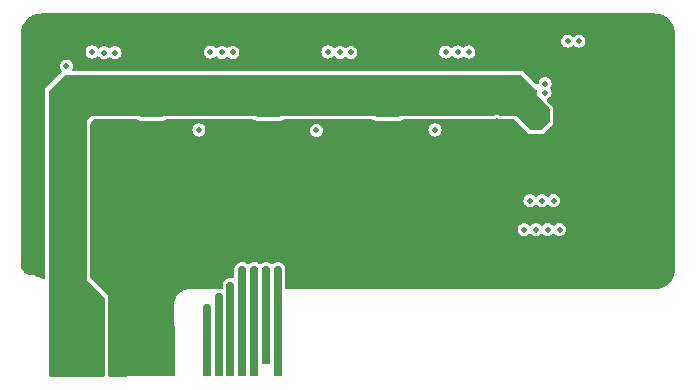
<source format=gbr>
G04 #@! TF.GenerationSoftware,KiCad,Pcbnew,(6.0.0)*
G04 #@! TF.CreationDate,2022-03-25T21:06:11+08:00*
G04 #@! TF.ProjectId,PowerSupply,506f7765-7253-4757-9070-6c792e6b6963,rev?*
G04 #@! TF.SameCoordinates,PX5e56640PY77750e0*
G04 #@! TF.FileFunction,Copper,L1,Top*
G04 #@! TF.FilePolarity,Positive*
%FSLAX46Y46*%
G04 Gerber Fmt 4.6, Leading zero omitted, Abs format (unit mm)*
G04 Created by KiCad (PCBNEW (6.0.0)) date 2022-03-25 21:06:11*
%MOMM*%
%LPD*%
G01*
G04 APERTURE LIST*
G04 #@! TA.AperFunction,ConnectorPad*
%ADD10R,0.700000X4.300000*%
G04 #@! TD*
G04 #@! TA.AperFunction,ConnectorPad*
%ADD11R,0.700000X3.200000*%
G04 #@! TD*
G04 #@! TA.AperFunction,ViaPad*
%ADD12C,0.500000*%
G04 #@! TD*
G04 #@! TA.AperFunction,Conductor*
%ADD13C,0.500000*%
G04 #@! TD*
G04 #@! TA.AperFunction,Conductor*
%ADD14C,0.700000*%
G04 #@! TD*
G04 APERTURE END LIST*
D10*
G04 #@! TO.P,PCI1,B1*
G04 #@! TO.N,5V*
X13050000Y5050000D03*
G04 #@! TO.P,PCI1,B2*
X14050000Y5050000D03*
G04 #@! TO.P,PCI1,B3*
X15050000Y5050000D03*
G04 #@! TO.P,PCI1,B4*
X16050000Y5050000D03*
G04 #@! TO.P,PCI1,B5*
X17050000Y5050000D03*
G04 #@! TO.P,PCI1,B6*
G04 #@! TO.N,GND*
X18050000Y5050000D03*
G04 #@! TO.P,PCI1,B7*
X19050000Y5050000D03*
G04 #@! TO.P,PCI1,B8*
X20050000Y5050000D03*
G04 #@! TO.P,PCI1,B9*
X21050000Y5050000D03*
G04 #@! TO.P,PCI1,B10*
X22050000Y5050000D03*
G04 #@! TO.P,PCI1,B11*
X23050000Y5050000D03*
G04 #@! TO.P,PCI1,B12*
G04 #@! TO.N,REG_EN2*
X26050000Y5050000D03*
G04 #@! TO.P,PCI1,B13*
G04 #@! TO.N,REG_EN1*
X27050000Y5050000D03*
G04 #@! TO.P,PCI1,B14*
G04 #@! TO.N,REG_CHG*
X28050000Y5050000D03*
G04 #@! TO.P,PCI1,B15*
G04 #@! TO.N,REG_POWER*
X29050000Y5050000D03*
G04 #@! TO.P,PCI1,B16*
G04 #@! TO.N,BAT_ISET*
X30050000Y5050000D03*
D11*
G04 #@! TO.P,PCI1,B17*
G04 #@! TO.N,BAT_PG*
X31050000Y5600000D03*
D10*
G04 #@! TO.P,PCI1,B18*
G04 #@! TO.N,BAT_CHG*
X32050000Y5050000D03*
G04 #@! TD*
D12*
G04 #@! TO.N,GND*
X11690000Y29590000D03*
X10690000Y29590000D03*
X65390000Y29490000D03*
X64390000Y29490000D03*
X57429999Y14305001D03*
X57970000Y15005000D03*
X56870000Y15005001D03*
X56880000Y14305001D03*
X57980000Y14305000D03*
X57419999Y15005001D03*
X57970000Y13605000D03*
X57419999Y13605001D03*
X56880000Y12905001D03*
X57980000Y12905000D03*
X56870000Y13605001D03*
X57429999Y12905001D03*
X58680000Y12905001D03*
X59219999Y13605001D03*
X59770000Y13605000D03*
X59780000Y12905000D03*
X58670000Y13605001D03*
X59229999Y12905001D03*
X59219999Y15005001D03*
X59780000Y14305000D03*
X59229999Y14305001D03*
X58670000Y15005001D03*
X59770000Y15005000D03*
X58680000Y14305001D03*
X57075000Y26693334D03*
X57750000Y26693334D03*
X56400000Y26703334D03*
X57065000Y25916668D03*
X56390001Y25926668D03*
X57740000Y25916668D03*
X56390000Y25150000D03*
X57065000Y25140000D03*
X57740000Y25140000D03*
X13160000Y33320000D03*
X14160000Y33320000D03*
X15160000Y33320000D03*
X16160000Y33320000D03*
X17160000Y33320000D03*
X18160000Y33320000D03*
X19160000Y33320000D03*
X20160000Y33320000D03*
X21160000Y33320000D03*
X22160000Y33320000D03*
X23160000Y33320000D03*
X24160000Y33320000D03*
X25160000Y33320000D03*
X26160000Y33320000D03*
X27160000Y33320000D03*
X28160000Y33320000D03*
X29160000Y33320000D03*
X30160000Y33320000D03*
X31160000Y33320000D03*
X32160000Y33320000D03*
X33160000Y33320000D03*
X34160000Y33320000D03*
X35160000Y33320000D03*
X36160000Y33320000D03*
X37160000Y33320000D03*
X38160000Y33320000D03*
X39160000Y33320000D03*
X40160000Y33320000D03*
X41160000Y33320000D03*
X42160000Y33320000D03*
X43160000Y33320000D03*
X44160000Y33320000D03*
X45160000Y33320000D03*
X46160000Y33320000D03*
X47160000Y33320000D03*
X48160000Y33320000D03*
X49160000Y33320000D03*
X50160000Y33320000D03*
X51160000Y33320000D03*
X52160000Y33320000D03*
X53160000Y33320000D03*
X54160000Y33320000D03*
X55160000Y33320000D03*
X56160000Y33320000D03*
X57160000Y33320000D03*
X58160000Y33320000D03*
X59160000Y33320000D03*
X60160000Y33320000D03*
X61160000Y33320000D03*
X12290000Y32130000D03*
X13160000Y32320000D03*
X14160000Y32320000D03*
X15160000Y32320000D03*
X16160000Y32320000D03*
X17160000Y32320000D03*
X18160000Y32320000D03*
X19160000Y32320000D03*
X20160000Y32320000D03*
X21160000Y32320000D03*
X22160000Y32320000D03*
X23160000Y32320000D03*
X24160000Y32320000D03*
X25160000Y32320000D03*
X26160000Y32320000D03*
X27160000Y32320000D03*
X28160000Y32320000D03*
X29160000Y32320000D03*
X30160000Y32320000D03*
X31160000Y32320000D03*
X32160000Y32320000D03*
X33160000Y32320000D03*
X34160000Y32320000D03*
X35160000Y32320000D03*
X36160000Y32320000D03*
X37160000Y32320000D03*
X38160000Y32320000D03*
X39160000Y32320000D03*
X40160000Y32320000D03*
X41160000Y32320000D03*
X42160000Y32320000D03*
X43160000Y32320000D03*
X44160000Y32320000D03*
X45160000Y32320000D03*
X46160000Y32320000D03*
X47160000Y32320000D03*
X48160000Y32320000D03*
X49160000Y32320000D03*
X50160000Y32320000D03*
X51160000Y32320000D03*
X52160000Y32320000D03*
X53160000Y32320000D03*
X54160000Y32320000D03*
X55160000Y32320000D03*
X56160000Y32320000D03*
X57160000Y32320000D03*
X58160000Y32320000D03*
X59160000Y32320000D03*
X60160000Y32320000D03*
X61160000Y32320000D03*
X62160000Y32320000D03*
X62160000Y33320000D03*
X63160000Y32320000D03*
X63160000Y33320000D03*
X63860000Y32050000D03*
X64160000Y33320000D03*
X11300000Y33020000D03*
X10670000Y31600000D03*
X11780000Y31470000D03*
X10690000Y30590000D03*
X11690000Y30590000D03*
X10690000Y28590000D03*
X11690000Y28590000D03*
X10690000Y27590000D03*
X11690000Y27590000D03*
X10690000Y26590000D03*
X11690000Y26590000D03*
X10690000Y25590000D03*
X11690000Y25590000D03*
X10690000Y24590000D03*
X11690000Y24590000D03*
X10690000Y23590000D03*
X11690000Y23590000D03*
X10690000Y22590000D03*
X11690000Y22590000D03*
X10690000Y21590000D03*
X11690000Y21590000D03*
X10690000Y20590000D03*
X11690000Y20590000D03*
X10690000Y19590000D03*
X11690000Y19590000D03*
X10690000Y18590000D03*
X11690000Y18590000D03*
X10690000Y17590000D03*
X11690000Y17590000D03*
X10690000Y16590000D03*
X11690000Y16590000D03*
X10690000Y15590000D03*
X11690000Y15590000D03*
X10690000Y14590000D03*
X11690000Y14590000D03*
X10690000Y13590000D03*
X11690000Y13590000D03*
X10690000Y12590000D03*
X11690000Y12590000D03*
X11690000Y11590000D03*
X41690000Y11590000D03*
X42690000Y11590000D03*
X43690000Y11590000D03*
X44690000Y11590000D03*
X45690000Y11590000D03*
X46690000Y11590000D03*
X47690000Y11590000D03*
X48690000Y11590000D03*
X49690000Y11590000D03*
X50690000Y11590000D03*
X51690000Y11590000D03*
X52690000Y11590000D03*
X53690000Y11590000D03*
X54690000Y11590000D03*
X55690000Y11590000D03*
X56690000Y11590000D03*
X57690000Y11590000D03*
X58690000Y11590000D03*
X59690000Y11590000D03*
X60690000Y11590000D03*
X61690000Y11590000D03*
X62690000Y11590000D03*
X63600000Y11860000D03*
X33690000Y10590000D03*
X34690000Y10590000D03*
X35690000Y10590000D03*
X36690000Y10590000D03*
X37690000Y10590000D03*
X38690000Y10590000D03*
X39690000Y10590000D03*
X40690000Y10590000D03*
X41690000Y10590000D03*
X42690000Y10590000D03*
X43690000Y10590000D03*
X44690000Y10590000D03*
X45690000Y10590000D03*
X46690000Y10590000D03*
X47690000Y10590000D03*
X48690000Y10590000D03*
X49690000Y10590000D03*
X50690000Y10590000D03*
X51690000Y10590000D03*
X52690000Y10590000D03*
X53690000Y10590000D03*
X54690000Y10590000D03*
X55690000Y10590000D03*
X56690000Y10590000D03*
X57690000Y10590000D03*
X58690000Y10590000D03*
X59690000Y10590000D03*
X60690000Y10590000D03*
X61690000Y10590000D03*
X62690000Y10590000D03*
X63690000Y10590000D03*
X64870000Y32980000D03*
X64290000Y31450000D03*
X65380000Y31520000D03*
X64390000Y30490000D03*
X65380000Y30500000D03*
X64390000Y28490000D03*
X65390000Y28490000D03*
X64390000Y27490000D03*
X65390000Y27490000D03*
X64390000Y26490000D03*
X65390000Y26490000D03*
X64390000Y25490000D03*
X65390000Y25490000D03*
X64390000Y24490000D03*
X65390000Y24490000D03*
X64390000Y23490000D03*
X65390000Y23490000D03*
X64390000Y22490000D03*
X65390000Y22490000D03*
X64390000Y21490000D03*
X65390000Y21490000D03*
X64390000Y20490000D03*
X65390000Y20490000D03*
X64390000Y19490000D03*
X65390000Y19490000D03*
X64390000Y18490000D03*
X65390000Y18490000D03*
X64390000Y17490000D03*
X65390000Y17490000D03*
X64390000Y16490000D03*
X65390000Y16490000D03*
X64390000Y15490000D03*
X65390000Y15490000D03*
X64390000Y14490000D03*
X65390000Y14490000D03*
X64390000Y13490000D03*
X65390000Y13490000D03*
X64210000Y12480000D03*
X65390000Y12550000D03*
X65320000Y11760000D03*
X64440000Y10700000D03*
X21660000Y32820000D03*
X36660000Y32820000D03*
X52660000Y32820000D03*
X53660000Y32820000D03*
X54660000Y32820000D03*
X59660000Y32820000D03*
X43660000Y32820000D03*
X44660000Y32820000D03*
X48660000Y32820000D03*
X19660000Y32820000D03*
X51660000Y32820000D03*
X28660000Y32820000D03*
X56660000Y32820000D03*
X22660000Y32820000D03*
X37660000Y32820000D03*
X27660000Y32820000D03*
X55660000Y32820000D03*
X39660000Y32820000D03*
X46660000Y32820000D03*
X50660000Y32820000D03*
X31660000Y32820000D03*
X20660000Y32820000D03*
X23660000Y32820000D03*
X34660000Y32820000D03*
X32660000Y32820000D03*
X29660000Y32820000D03*
X57660000Y32820000D03*
X61660000Y32820000D03*
X45660000Y32820000D03*
X49660000Y32820000D03*
X41660000Y32820000D03*
X18660000Y32820000D03*
X60660000Y32820000D03*
X30660000Y32820000D03*
X42660000Y32820000D03*
X24660000Y32820000D03*
X58660000Y32820000D03*
X40660000Y32820000D03*
X33660000Y32820000D03*
X25660000Y32820000D03*
X35660000Y32820000D03*
X26660000Y32820000D03*
X38660000Y32820000D03*
X47660000Y32820000D03*
X62660000Y32820000D03*
X63660000Y32820000D03*
X64370000Y32530000D03*
X12590000Y32770000D03*
X13660000Y32820000D03*
X14660000Y32820000D03*
X15660000Y32820000D03*
X16660000Y32820000D03*
X17660000Y32820000D03*
X64770000Y31920000D03*
X64890000Y31060000D03*
X64900000Y29990000D03*
X64890000Y17980000D03*
X64890000Y13980000D03*
X64100000Y11360000D03*
X64890000Y27980000D03*
X64890000Y21980000D03*
X64890000Y25980000D03*
X64890000Y20980000D03*
X64890000Y15980000D03*
X64820000Y12910000D03*
X64890000Y14980000D03*
X64890000Y24980000D03*
X64890000Y23980000D03*
X64890000Y19980000D03*
X64890000Y16980000D03*
X64890000Y22980000D03*
X64890000Y18980000D03*
X64890000Y26980000D03*
X64890000Y28980000D03*
X10850000Y32400000D03*
X11190000Y27110000D03*
X11190000Y20110000D03*
X11190000Y29110000D03*
X11190000Y19110000D03*
X11190000Y31110000D03*
X11190000Y28110000D03*
X11190000Y26110000D03*
X11190000Y24110000D03*
X11190000Y23110000D03*
X11190000Y22110000D03*
X11190000Y21110000D03*
X11190000Y25110000D03*
X11190000Y15110000D03*
X11190000Y13110000D03*
X11190000Y14110000D03*
X11190000Y17110000D03*
X11190000Y18110000D03*
X11190000Y16110000D03*
X11190000Y30110000D03*
X11190000Y12090000D03*
X47210000Y11080000D03*
X54210000Y11080000D03*
X41210000Y11080000D03*
X43210000Y11080000D03*
X62210000Y11080000D03*
X55210000Y11080000D03*
X48210000Y11080000D03*
X61210000Y11080000D03*
X49210000Y11080000D03*
X51210000Y11080000D03*
X58210000Y11080000D03*
X57210000Y11080000D03*
X56210000Y11080000D03*
X50210000Y11080000D03*
X42210000Y11080000D03*
X44210000Y11080000D03*
X45210000Y11080000D03*
X46210000Y11080000D03*
X60210000Y11080000D03*
X53210000Y11080000D03*
X59210000Y11080000D03*
X63210000Y11080000D03*
X52210000Y11080000D03*
X11800000Y32570000D03*
X11360000Y31990000D03*
X65310000Y32360000D03*
X64650000Y11940000D03*
X64980000Y11120000D03*
X57019999Y18505001D03*
X57570000Y18505000D03*
X56470000Y18505001D03*
X57029999Y17805001D03*
X56480000Y17805001D03*
X57580000Y17805000D03*
X57019999Y19895001D03*
X56480000Y19195001D03*
X56470000Y19895001D03*
X57570000Y19895000D03*
X57580000Y19195000D03*
X57029999Y19195001D03*
X55279999Y19895001D03*
X54740000Y19195001D03*
X55840000Y19195000D03*
X55830000Y19895000D03*
X54730000Y19895001D03*
X55289999Y19195001D03*
X53590000Y19195001D03*
X54139999Y19195001D03*
X53580000Y19895001D03*
X54129999Y19895001D03*
X36430000Y24410000D03*
X26480000Y24410000D03*
X46450000Y24380000D03*
X16520000Y24390000D03*
X43650000Y29550000D03*
X43120000Y29550000D03*
X20490000Y30430000D03*
X21090000Y30430000D03*
X19890000Y30430000D03*
X31110000Y30430000D03*
X29910000Y30430000D03*
X30510000Y30430000D03*
X40440000Y30430000D03*
X41040000Y30430000D03*
X39840000Y30430000D03*
X51050000Y30430000D03*
X50450000Y30430000D03*
X49850000Y30430000D03*
X44180000Y29550000D03*
X33630000Y29550000D03*
X33100000Y29550000D03*
X34160000Y29550000D03*
X23610000Y29550000D03*
X23080000Y29550000D03*
X24140000Y29550000D03*
X51440000Y23790000D03*
X17140000Y23810000D03*
X16520000Y23810000D03*
X17750000Y23810000D03*
X18380000Y23810000D03*
X26480000Y23800000D03*
X27710000Y23800000D03*
X27100000Y23800000D03*
X28340000Y23800000D03*
X36430000Y23810000D03*
X37660000Y23810000D03*
X38290000Y23810000D03*
X37050000Y23810000D03*
X46450000Y23820000D03*
X48310000Y23820000D03*
X47680000Y23820000D03*
X47070000Y23820000D03*
X50620000Y24510000D03*
X51010000Y24130000D03*
X56390001Y27480000D03*
X57075000Y29075000D03*
X57740000Y27470000D03*
X57065000Y27470000D03*
X12160000Y33320000D03*
G04 #@! TO.N,5V*
X53845000Y25250000D03*
X54500000Y25250000D03*
X53550000Y24700000D03*
X20470000Y25720000D03*
X52625000Y26800000D03*
X53175000Y25866668D03*
X53175000Y25250000D03*
X54150000Y24700000D03*
X21070000Y25720000D03*
X21670000Y25720000D03*
X22270000Y25720000D03*
X20470000Y25120000D03*
X21070000Y25120000D03*
X21670000Y25120000D03*
X22270000Y25120000D03*
X30390000Y25700000D03*
X30390000Y25100000D03*
X30990000Y25700000D03*
X31590000Y25700000D03*
X32190000Y25100000D03*
X32190000Y25700000D03*
X31590000Y25100000D03*
X30990000Y25100000D03*
X40460000Y25100000D03*
X42260000Y25700000D03*
X41060000Y25100000D03*
X41660000Y25700000D03*
X41060000Y25700000D03*
X41660000Y25100000D03*
X42260000Y25100000D03*
X40460000Y25700000D03*
X39870000Y25700000D03*
X29780000Y25700000D03*
X19850000Y25730000D03*
X20190000Y26630000D03*
X30070000Y26610000D03*
X40180000Y26650000D03*
X53175000Y27100000D03*
X52325000Y27350000D03*
X53175000Y26483334D03*
X52000000Y26800000D03*
X28260000Y30360000D03*
X27340000Y30360000D03*
X38250000Y30350000D03*
X37330000Y30350000D03*
X47320000Y30380000D03*
X48240000Y30380000D03*
X18280000Y30320000D03*
X17360000Y30320000D03*
G04 #@! TO.N,1.2V*
X14160000Y29190000D03*
X16340000Y30380000D03*
G04 #@! TO.N,1.5V*
X26350000Y30380000D03*
X25385000Y23775000D03*
G04 #@! TO.N,2.5V*
X36320000Y30380000D03*
X35335000Y23755000D03*
G04 #@! TO.N,3.3V*
X46290000Y30380000D03*
X45380000Y23780000D03*
G04 #@! TO.N,Net-(C3-Pad1)*
X56600000Y31300000D03*
X54700000Y27700000D03*
G04 #@! TO.N,Net-(R34-Pad2)*
X57560000Y31300000D03*
X54700000Y26940000D03*
G04 #@! TO.N,REG_EN2*
X52925000Y15350000D03*
X26050000Y8690000D03*
G04 #@! TO.N,REG_EN1*
X53420000Y17785000D03*
X27050000Y9630000D03*
G04 #@! TO.N,REG_CHG*
X28043332Y10610000D03*
X53920000Y15345000D03*
G04 #@! TO.N,REG_POWER*
X29044998Y11945000D03*
X54420000Y17785000D03*
G04 #@! TO.N,BAT_ISET*
X30046664Y11945000D03*
X54920000Y15345000D03*
G04 #@! TO.N,BAT_PG*
X31048330Y11945000D03*
X55420000Y17785000D03*
G04 #@! TO.N,BAT_CHG*
X55920000Y15345000D03*
X32060000Y11945000D03*
G04 #@! TD*
D13*
G04 #@! TO.N,5V*
X40460000Y25100000D02*
X42260000Y25100000D01*
X30390000Y25100000D02*
X32190000Y25100000D01*
X20470000Y25120000D02*
X22270000Y25120000D01*
D14*
G04 #@! TO.N,REG_EN2*
X26050000Y5050000D02*
X26050000Y8690000D01*
G04 #@! TO.N,REG_EN1*
X27050000Y5050000D02*
X27050000Y7561666D01*
X27050000Y7561666D02*
X27050000Y9630000D01*
G04 #@! TO.N,REG_CHG*
X28050000Y10603332D02*
X28043332Y10610000D01*
X28050000Y5050000D02*
X28050000Y10603332D01*
G04 #@! TO.N,REG_POWER*
X29050000Y7564998D02*
X29050000Y11939998D01*
X29050000Y5050000D02*
X29050000Y7564998D01*
X29050000Y11939998D02*
X29044998Y11945000D01*
G04 #@! TO.N,BAT_ISET*
X30050000Y7566664D02*
X30050000Y11941664D01*
X30050000Y5050000D02*
X30050000Y7566664D01*
X30050000Y11941664D02*
X30046664Y11945000D01*
G04 #@! TO.N,BAT_PG*
X31050000Y11943330D02*
X31048330Y11945000D01*
X31050000Y5600000D02*
X31050000Y7568330D01*
X31050000Y7568330D02*
X31050000Y11943330D01*
G04 #@! TO.N,BAT_CHG*
X32050000Y5050000D02*
X32050000Y11935000D01*
X32050000Y11935000D02*
X32060000Y11945000D01*
G04 #@! TD*
G04 #@! TA.AperFunction,Conductor*
G04 #@! TO.N,GND*
G36*
X63984608Y33638710D02*
G01*
X63989145Y33637910D01*
X64000000Y33635996D01*
X64010857Y33637910D01*
X64021876Y33637910D01*
X64021876Y33637541D01*
X64034201Y33638177D01*
X64233032Y33623957D01*
X64250827Y33621399D01*
X64470320Y33573652D01*
X64487559Y33568590D01*
X64608744Y33523390D01*
X64698024Y33490090D01*
X64714376Y33482622D01*
X64911519Y33374974D01*
X64926643Y33365254D01*
X65106461Y33230644D01*
X65120047Y33218871D01*
X65278871Y33060047D01*
X65290644Y33046461D01*
X65425254Y32866643D01*
X65434974Y32851519D01*
X65542622Y32654376D01*
X65550090Y32638024D01*
X65604711Y32491582D01*
X65628588Y32427565D01*
X65633653Y32410315D01*
X65681399Y32190827D01*
X65683957Y32173032D01*
X65698177Y31974201D01*
X65697542Y31961879D01*
X65697910Y31961879D01*
X65697910Y31950859D01*
X65695996Y31940000D01*
X65698710Y31924612D01*
X65700624Y31902735D01*
X65700352Y23243670D01*
X65700001Y12037276D01*
X65698087Y12015402D01*
X65697286Y12010859D01*
X65697286Y12010854D01*
X65695372Y12000000D01*
X65697286Y11989143D01*
X65697286Y11978124D01*
X65696917Y11978124D01*
X65697553Y11965799D01*
X65683333Y11766968D01*
X65680775Y11749173D01*
X65640847Y11565623D01*
X65633029Y11529685D01*
X65627966Y11512441D01*
X65602629Y11444511D01*
X65549466Y11301976D01*
X65541998Y11285624D01*
X65434350Y11088481D01*
X65424630Y11073357D01*
X65290020Y10893539D01*
X65278247Y10879953D01*
X65119423Y10721129D01*
X65105837Y10709356D01*
X64926019Y10574746D01*
X64910895Y10565026D01*
X64713752Y10457378D01*
X64697400Y10449910D01*
X64633290Y10425998D01*
X64486935Y10371410D01*
X64469696Y10366348D01*
X64349199Y10340136D01*
X64250203Y10318601D01*
X64232408Y10316043D01*
X64033577Y10301823D01*
X64021252Y10302459D01*
X64021252Y10302090D01*
X64010233Y10302090D01*
X63999376Y10304004D01*
X63983985Y10301290D01*
X63962112Y10299377D01*
X32826496Y10299998D01*
X32758377Y10320001D01*
X32711885Y10373658D01*
X32700500Y10425998D01*
X32700500Y11820754D01*
X32702051Y11840465D01*
X32714106Y11916576D01*
X32715346Y11924405D01*
X32709965Y11981327D01*
X32700625Y12080141D01*
X32700624Y12080144D01*
X32699879Y12088029D01*
X32654618Y12213749D01*
X32646892Y12235208D01*
X32646891Y12235210D01*
X32644206Y12242668D01*
X32559640Y12367103D01*
X32556282Y12372044D01*
X32556281Y12372045D01*
X32551825Y12378602D01*
X32536439Y12392167D01*
X32434487Y12482049D01*
X32428541Y12487291D01*
X32331787Y12536590D01*
X32289164Y12558308D01*
X32289162Y12558309D01*
X32282100Y12561907D01*
X32121703Y12597760D01*
X31957431Y12592597D01*
X31933433Y12585625D01*
X31807217Y12548957D01*
X31807214Y12548956D01*
X31799601Y12546744D01*
X31762410Y12524749D01*
X31664962Y12467119D01*
X31664959Y12467117D01*
X31658135Y12463081D01*
X31647302Y12452248D01*
X31638687Y12444408D01*
X31632060Y12440202D01*
X31630513Y12438555D01*
X31567596Y12411539D01*
X31497571Y12423243D01*
X31475290Y12437072D01*
X31451064Y12455864D01*
X31447985Y12458331D01*
X31407432Y12491879D01*
X31407431Y12491880D01*
X31401326Y12496930D01*
X31395007Y12499904D01*
X31389013Y12504117D01*
X31388353Y12504508D01*
X31382094Y12509362D01*
X31374825Y12512507D01*
X31374821Y12512510D01*
X31294508Y12547264D01*
X31290900Y12548893D01*
X31259785Y12563534D01*
X31259786Y12563534D01*
X31252613Y12566909D01*
X31247395Y12567904D01*
X31242786Y12569646D01*
X31238536Y12571485D01*
X31238533Y12571486D01*
X31231256Y12574635D01*
X31170982Y12584182D01*
X31120384Y12592196D01*
X31116484Y12592877D01*
X31098955Y12596221D01*
X31098953Y12596221D01*
X31091170Y12597706D01*
X31087379Y12597467D01*
X31086494Y12597565D01*
X31076758Y12599107D01*
X31076752Y12599107D01*
X31068925Y12600347D01*
X31061034Y12599601D01*
X30943110Y12588453D01*
X30939161Y12588143D01*
X30927142Y12587387D01*
X30927026Y12589223D01*
X30924967Y12589424D01*
X30925219Y12586762D01*
X30913190Y12585625D01*
X30913189Y12585625D01*
X30905301Y12584879D01*
X30776427Y12538482D01*
X30772677Y12537199D01*
X30770801Y12536590D01*
X30770106Y12538731D01*
X30769506Y12538638D01*
X30770350Y12536294D01*
X30758124Y12531893D01*
X30758120Y12531891D01*
X30750662Y12529206D01*
X30702212Y12496279D01*
X30615403Y12437284D01*
X30547818Y12415538D01*
X30479206Y12433782D01*
X30467357Y12441934D01*
X30443824Y12460187D01*
X30440731Y12462665D01*
X30407433Y12490212D01*
X30407432Y12490213D01*
X30401326Y12495264D01*
X30395785Y12497871D01*
X30390011Y12501928D01*
X30380428Y12509362D01*
X30269509Y12557361D01*
X30265932Y12558976D01*
X30252613Y12565243D01*
X30252612Y12565243D01*
X30253351Y12566814D01*
X30251336Y12568192D01*
X30250254Y12565693D01*
X30236865Y12571487D01*
X30236864Y12571487D01*
X30229590Y12574635D01*
X30221767Y12575874D01*
X30221764Y12575875D01*
X30085517Y12597455D01*
X30067259Y12600347D01*
X30059368Y12599601D01*
X29911523Y12585625D01*
X29911521Y12585624D01*
X29903635Y12584879D01*
X29896181Y12582195D01*
X29896179Y12582195D01*
X29756456Y12531892D01*
X29756454Y12531891D01*
X29748996Y12529206D01*
X29700546Y12496279D01*
X29613737Y12437284D01*
X29546152Y12415538D01*
X29477540Y12433782D01*
X29465690Y12441935D01*
X29436598Y12464500D01*
X29433506Y12466977D01*
X29407439Y12488542D01*
X29407433Y12488546D01*
X29401326Y12493598D01*
X29396562Y12495840D01*
X29392655Y12498585D01*
X29378762Y12509362D01*
X29371490Y12512509D01*
X29371488Y12512510D01*
X29235199Y12571487D01*
X29235198Y12571487D01*
X29227924Y12574635D01*
X29220101Y12575874D01*
X29220098Y12575875D01*
X29083851Y12597455D01*
X29065593Y12600347D01*
X29057702Y12599601D01*
X28909857Y12585625D01*
X28909855Y12585624D01*
X28901969Y12584879D01*
X28894515Y12582195D01*
X28894513Y12582195D01*
X28754790Y12531892D01*
X28754788Y12531891D01*
X28747330Y12529206D01*
X28611396Y12436825D01*
X28606158Y12430884D01*
X28606156Y12430882D01*
X28507944Y12319483D01*
X28507942Y12319480D01*
X28502706Y12313541D01*
X28428090Y12167100D01*
X28392238Y12006704D01*
X28397401Y11842431D01*
X28398464Y11838772D01*
X28399500Y11825613D01*
X28399500Y11356085D01*
X28379498Y11287964D01*
X28325842Y11241471D01*
X28255568Y11231367D01*
X28238344Y11235089D01*
X28233532Y11236487D01*
X28226258Y11239635D01*
X28218435Y11240874D01*
X28218432Y11240875D01*
X28078940Y11262969D01*
X28063927Y11265347D01*
X28050810Y11264107D01*
X27908191Y11250625D01*
X27908189Y11250624D01*
X27900303Y11249879D01*
X27892849Y11247195D01*
X27892847Y11247195D01*
X27753124Y11196892D01*
X27753122Y11196891D01*
X27745664Y11194206D01*
X27609730Y11101825D01*
X27604492Y11095884D01*
X27604490Y11095882D01*
X27506278Y10984483D01*
X27506276Y10984480D01*
X27501040Y10978541D01*
X27426424Y10832100D01*
X27390572Y10671704D01*
X27395735Y10507431D01*
X27397947Y10499817D01*
X27397949Y10499805D01*
X27399500Y10480094D01*
X27399500Y10408257D01*
X27379498Y10340136D01*
X27325842Y10293643D01*
X27273370Y10282257D01*
X27110195Y10282425D01*
X27102418Y10282673D01*
X27098956Y10282891D01*
X27091170Y10284376D01*
X27064968Y10282728D01*
X27056955Y10282479D01*
X24754662Y10284851D01*
X24734062Y10286569D01*
X24653578Y10300000D01*
X24446422Y10300000D01*
X24441288Y10299143D01*
X24441285Y10299143D01*
X24247230Y10266761D01*
X24247225Y10266760D01*
X24242091Y10265903D01*
X24046160Y10198640D01*
X24041578Y10196160D01*
X24041575Y10196159D01*
X23868554Y10102525D01*
X23868551Y10102523D01*
X23863972Y10100045D01*
X23700497Y9972807D01*
X23560194Y9820397D01*
X23446890Y9646973D01*
X23444798Y9642205D01*
X23444797Y9642202D01*
X23407946Y9558190D01*
X23363677Y9457265D01*
X23362395Y9452204D01*
X23362395Y9452203D01*
X23320341Y9286137D01*
X23312823Y9256448D01*
X23300780Y9111106D01*
X23300608Y9109213D01*
X23300288Y9105942D01*
X23300287Y9105940D01*
X23299999Y9103003D01*
X23299291Y9103072D01*
X23298847Y9101796D01*
X23300000Y9101700D01*
X23296021Y9053681D01*
X23295372Y9050000D01*
X23297286Y9039145D01*
X23298086Y9034608D01*
X23300000Y9012729D01*
X23300000Y3070244D01*
X23279998Y3002123D01*
X23226342Y2955630D01*
X23175020Y2944248D01*
X20722533Y2924428D01*
X17827518Y2901031D01*
X17759238Y2920482D01*
X17712313Y2973760D01*
X17700500Y3027027D01*
X17700500Y7244646D01*
X17700167Y7247445D01*
X17700000Y7253078D01*
X17700000Y9725000D01*
X16236171Y11213226D01*
X16202662Y11275817D01*
X16200000Y11301582D01*
X16200000Y15350000D01*
X52369750Y15350000D01*
X52388670Y15206291D01*
X52444139Y15072375D01*
X52532379Y14957379D01*
X52647375Y14869139D01*
X52781291Y14813670D01*
X52925000Y14794750D01*
X53068709Y14813670D01*
X53202625Y14869139D01*
X53317621Y14957379D01*
X53322647Y14963929D01*
X53328488Y14969770D01*
X53330069Y14968189D01*
X53377963Y15003156D01*
X53448834Y15007375D01*
X53510735Y14972608D01*
X53520545Y14961285D01*
X53527379Y14952379D01*
X53642375Y14864139D01*
X53776291Y14808670D01*
X53920000Y14789750D01*
X54063709Y14808670D01*
X54197625Y14864139D01*
X54312621Y14952379D01*
X54320038Y14962045D01*
X54322725Y14964007D01*
X54323488Y14964770D01*
X54323607Y14964651D01*
X54377376Y15003912D01*
X54448247Y15008134D01*
X54510149Y14973370D01*
X54519962Y14962045D01*
X54527379Y14952379D01*
X54642375Y14864139D01*
X54776291Y14808670D01*
X54920000Y14789750D01*
X55063709Y14808670D01*
X55197625Y14864139D01*
X55312621Y14952379D01*
X55320038Y14962045D01*
X55322725Y14964007D01*
X55323488Y14964770D01*
X55323607Y14964651D01*
X55377376Y15003912D01*
X55448247Y15008134D01*
X55510149Y14973370D01*
X55519962Y14962045D01*
X55527379Y14952379D01*
X55642375Y14864139D01*
X55776291Y14808670D01*
X55920000Y14789750D01*
X56063709Y14808670D01*
X56197625Y14864139D01*
X56312621Y14952379D01*
X56400861Y15067375D01*
X56456330Y15201291D01*
X56475250Y15345000D01*
X56456330Y15488709D01*
X56400861Y15622625D01*
X56312621Y15737621D01*
X56197625Y15825861D01*
X56063709Y15881330D01*
X55920000Y15900250D01*
X55776291Y15881330D01*
X55642375Y15825861D01*
X55527379Y15737621D01*
X55522353Y15731071D01*
X55519962Y15727955D01*
X55517275Y15725993D01*
X55516512Y15725230D01*
X55516393Y15725349D01*
X55462624Y15686088D01*
X55391753Y15681866D01*
X55329851Y15716630D01*
X55320038Y15727955D01*
X55317647Y15731071D01*
X55312621Y15737621D01*
X55197625Y15825861D01*
X55063709Y15881330D01*
X54920000Y15900250D01*
X54776291Y15881330D01*
X54642375Y15825861D01*
X54527379Y15737621D01*
X54522353Y15731071D01*
X54519962Y15727955D01*
X54517275Y15725993D01*
X54516512Y15725230D01*
X54516393Y15725349D01*
X54462624Y15686088D01*
X54391753Y15681866D01*
X54329851Y15716630D01*
X54320038Y15727955D01*
X54317647Y15731071D01*
X54312621Y15737621D01*
X54197625Y15825861D01*
X54063709Y15881330D01*
X53920000Y15900250D01*
X53776291Y15881330D01*
X53642375Y15825861D01*
X53527379Y15737621D01*
X53522353Y15731071D01*
X53516512Y15725230D01*
X53514931Y15726811D01*
X53467037Y15691844D01*
X53396166Y15687625D01*
X53334265Y15722392D01*
X53324454Y15733716D01*
X53322647Y15736071D01*
X53317621Y15742621D01*
X53202625Y15830861D01*
X53068709Y15886330D01*
X52925000Y15905250D01*
X52781291Y15886330D01*
X52647375Y15830861D01*
X52532379Y15742621D01*
X52444139Y15627625D01*
X52388670Y15493709D01*
X52369750Y15350000D01*
X16200000Y15350000D01*
X16200000Y17785000D01*
X52864750Y17785000D01*
X52883670Y17641291D01*
X52939139Y17507375D01*
X53027379Y17392379D01*
X53142375Y17304139D01*
X53276291Y17248670D01*
X53420000Y17229750D01*
X53563709Y17248670D01*
X53697625Y17304139D01*
X53812621Y17392379D01*
X53820038Y17402045D01*
X53822725Y17404007D01*
X53823488Y17404770D01*
X53823607Y17404651D01*
X53877376Y17443912D01*
X53948247Y17448134D01*
X54010149Y17413370D01*
X54019962Y17402045D01*
X54027379Y17392379D01*
X54142375Y17304139D01*
X54276291Y17248670D01*
X54420000Y17229750D01*
X54563709Y17248670D01*
X54697625Y17304139D01*
X54812621Y17392379D01*
X54820038Y17402045D01*
X54822725Y17404007D01*
X54823488Y17404770D01*
X54823607Y17404651D01*
X54877376Y17443912D01*
X54948247Y17448134D01*
X55010149Y17413370D01*
X55019962Y17402045D01*
X55027379Y17392379D01*
X55142375Y17304139D01*
X55276291Y17248670D01*
X55420000Y17229750D01*
X55563709Y17248670D01*
X55697625Y17304139D01*
X55812621Y17392379D01*
X55900861Y17507375D01*
X55956330Y17641291D01*
X55975250Y17785000D01*
X55956330Y17928709D01*
X55900861Y18062625D01*
X55812621Y18177621D01*
X55697625Y18265861D01*
X55563709Y18321330D01*
X55420000Y18340250D01*
X55276291Y18321330D01*
X55142375Y18265861D01*
X55027379Y18177621D01*
X55022353Y18171071D01*
X55019962Y18167955D01*
X55017275Y18165993D01*
X55016512Y18165230D01*
X55016393Y18165349D01*
X54962624Y18126088D01*
X54891753Y18121866D01*
X54829851Y18156630D01*
X54820038Y18167955D01*
X54817647Y18171071D01*
X54812621Y18177621D01*
X54697625Y18265861D01*
X54563709Y18321330D01*
X54420000Y18340250D01*
X54276291Y18321330D01*
X54142375Y18265861D01*
X54027379Y18177621D01*
X54022353Y18171071D01*
X54019962Y18167955D01*
X54017275Y18165993D01*
X54016512Y18165230D01*
X54016393Y18165349D01*
X53962624Y18126088D01*
X53891753Y18121866D01*
X53829851Y18156630D01*
X53820038Y18167955D01*
X53817647Y18171071D01*
X53812621Y18177621D01*
X53697625Y18265861D01*
X53563709Y18321330D01*
X53420000Y18340250D01*
X53276291Y18321330D01*
X53142375Y18265861D01*
X53027379Y18177621D01*
X52939139Y18062625D01*
X52883670Y17928709D01*
X52864750Y17785000D01*
X16200000Y17785000D01*
X16200000Y23775000D01*
X24829750Y23775000D01*
X24848670Y23631291D01*
X24904139Y23497375D01*
X24992379Y23382379D01*
X25107375Y23294139D01*
X25241291Y23238670D01*
X25385000Y23219750D01*
X25528709Y23238670D01*
X25662625Y23294139D01*
X25777621Y23382379D01*
X25865861Y23497375D01*
X25921330Y23631291D01*
X25937617Y23755000D01*
X34779750Y23755000D01*
X34798670Y23611291D01*
X34854139Y23477375D01*
X34942379Y23362379D01*
X35057375Y23274139D01*
X35191291Y23218670D01*
X35335000Y23199750D01*
X35478709Y23218670D01*
X35612625Y23274139D01*
X35727621Y23362379D01*
X35815861Y23477375D01*
X35871330Y23611291D01*
X35890250Y23755000D01*
X35886959Y23780000D01*
X44824750Y23780000D01*
X44843670Y23636291D01*
X44899139Y23502375D01*
X44987379Y23387379D01*
X45102375Y23299139D01*
X45236291Y23243670D01*
X45380000Y23224750D01*
X45523709Y23243670D01*
X45657625Y23299139D01*
X45772621Y23387379D01*
X45860861Y23502375D01*
X45916330Y23636291D01*
X45935250Y23780000D01*
X45916330Y23923709D01*
X45860861Y24057625D01*
X45772621Y24172621D01*
X45657625Y24260861D01*
X45523709Y24316330D01*
X45380000Y24335250D01*
X45236291Y24316330D01*
X45102375Y24260861D01*
X44987379Y24172621D01*
X44899139Y24057625D01*
X44843670Y23923709D01*
X44824750Y23780000D01*
X35886959Y23780000D01*
X35871330Y23898709D01*
X35815861Y24032625D01*
X35727621Y24147621D01*
X35612625Y24235861D01*
X35478709Y24291330D01*
X35335000Y24310250D01*
X35191291Y24291330D01*
X35057375Y24235861D01*
X34942379Y24147621D01*
X34854139Y24032625D01*
X34798670Y23898709D01*
X34779750Y23755000D01*
X25937617Y23755000D01*
X25940250Y23775000D01*
X25921330Y23918709D01*
X25865861Y24052625D01*
X25777621Y24167621D01*
X25662625Y24255861D01*
X25528709Y24311330D01*
X25385000Y24330250D01*
X25241291Y24311330D01*
X25107375Y24255861D01*
X24992379Y24167621D01*
X24904139Y24052625D01*
X24848670Y23918709D01*
X24829750Y23775000D01*
X16200000Y23775000D01*
X16200000Y24322810D01*
X16220002Y24390931D01*
X16236905Y24411905D01*
X16463095Y24638095D01*
X16525407Y24672121D01*
X16552190Y24675000D01*
X20102869Y24675000D01*
X20170990Y24654998D01*
X20179575Y24648961D01*
X20182234Y24646921D01*
X20192375Y24639139D01*
X20200003Y24635980D01*
X20200004Y24635979D01*
X20208293Y24632546D01*
X20226476Y24623222D01*
X20243986Y24612365D01*
X20252240Y24609967D01*
X20280954Y24601625D01*
X20294022Y24597036D01*
X20318661Y24586830D01*
X20318664Y24586829D01*
X20326291Y24583670D01*
X20334472Y24582593D01*
X20334475Y24582592D01*
X20346902Y24580956D01*
X20365596Y24577033D01*
X20388825Y24570285D01*
X20396308Y24569735D01*
X20397208Y24569669D01*
X20397219Y24569669D01*
X20399515Y24569500D01*
X20425662Y24569500D01*
X20442109Y24568422D01*
X20470000Y24564750D01*
X20478188Y24565828D01*
X20497891Y24568422D01*
X20514338Y24569500D01*
X21025662Y24569500D01*
X21042109Y24568422D01*
X21070000Y24564750D01*
X21078188Y24565828D01*
X21097891Y24568422D01*
X21114338Y24569500D01*
X21625662Y24569500D01*
X21642109Y24568422D01*
X21670000Y24564750D01*
X21678188Y24565828D01*
X21697891Y24568422D01*
X21714338Y24569500D01*
X22225662Y24569500D01*
X22242109Y24568422D01*
X22270000Y24564750D01*
X22304945Y24569351D01*
X22306443Y24569500D01*
X22307785Y24569500D01*
X22311366Y24569991D01*
X22311380Y24569992D01*
X22349611Y24575230D01*
X22350267Y24575318D01*
X22393093Y24580956D01*
X22413709Y24583670D01*
X22414936Y24584178D01*
X22419432Y24584794D01*
X22485826Y24613525D01*
X22487586Y24614270D01*
X22540001Y24635981D01*
X22547625Y24639139D01*
X22551000Y24641728D01*
X22557855Y24644695D01*
X22564527Y24650098D01*
X22571873Y24654547D01*
X22573288Y24652210D01*
X22626134Y24674246D01*
X22639898Y24675000D01*
X29994817Y24675000D01*
X30061212Y24656087D01*
X30071565Y24649668D01*
X30081875Y24642543D01*
X30098095Y24630097D01*
X30112375Y24619139D01*
X30120003Y24615980D01*
X30120004Y24615979D01*
X30128293Y24612546D01*
X30146476Y24603222D01*
X30163986Y24592365D01*
X30172240Y24589967D01*
X30200954Y24581625D01*
X30214022Y24577036D01*
X30238661Y24566830D01*
X30238664Y24566829D01*
X30246291Y24563670D01*
X30254472Y24562593D01*
X30254475Y24562592D01*
X30266902Y24560956D01*
X30285596Y24557033D01*
X30308825Y24550285D01*
X30316308Y24549735D01*
X30317208Y24549669D01*
X30317219Y24549669D01*
X30319515Y24549500D01*
X30345662Y24549500D01*
X30362109Y24548422D01*
X30390000Y24544750D01*
X30398188Y24545828D01*
X30417891Y24548422D01*
X30434338Y24549500D01*
X30945662Y24549500D01*
X30962109Y24548422D01*
X30990000Y24544750D01*
X30998188Y24545828D01*
X31017891Y24548422D01*
X31034338Y24549500D01*
X31545662Y24549500D01*
X31562109Y24548422D01*
X31590000Y24544750D01*
X31598188Y24545828D01*
X31617891Y24548422D01*
X31634338Y24549500D01*
X32145662Y24549500D01*
X32162109Y24548422D01*
X32190000Y24544750D01*
X32224945Y24549351D01*
X32226443Y24549500D01*
X32227785Y24549500D01*
X32231366Y24549991D01*
X32231380Y24549992D01*
X32269611Y24555230D01*
X32270267Y24555318D01*
X32325520Y24562592D01*
X32333709Y24563670D01*
X32334936Y24564178D01*
X32339432Y24564794D01*
X32405826Y24593525D01*
X32407586Y24594270D01*
X32460001Y24615981D01*
X32467625Y24619139D01*
X32471000Y24621728D01*
X32477855Y24624695D01*
X32505302Y24646921D01*
X32570829Y24674246D01*
X32584596Y24675000D01*
X40064817Y24675000D01*
X40131212Y24656087D01*
X40141565Y24649668D01*
X40151875Y24642543D01*
X40168095Y24630097D01*
X40182375Y24619139D01*
X40190003Y24615980D01*
X40190004Y24615979D01*
X40198293Y24612546D01*
X40216476Y24603222D01*
X40233986Y24592365D01*
X40242240Y24589967D01*
X40270954Y24581625D01*
X40284022Y24577036D01*
X40308661Y24566830D01*
X40308664Y24566829D01*
X40316291Y24563670D01*
X40324472Y24562593D01*
X40324475Y24562592D01*
X40336902Y24560956D01*
X40355596Y24557033D01*
X40378825Y24550285D01*
X40386308Y24549735D01*
X40387208Y24549669D01*
X40387219Y24549669D01*
X40389515Y24549500D01*
X40415662Y24549500D01*
X40432109Y24548422D01*
X40460000Y24544750D01*
X40468188Y24545828D01*
X40487891Y24548422D01*
X40504338Y24549500D01*
X41015662Y24549500D01*
X41032109Y24548422D01*
X41060000Y24544750D01*
X41068188Y24545828D01*
X41087891Y24548422D01*
X41104338Y24549500D01*
X41615662Y24549500D01*
X41632109Y24548422D01*
X41660000Y24544750D01*
X41668188Y24545828D01*
X41687891Y24548422D01*
X41704338Y24549500D01*
X42215662Y24549500D01*
X42232109Y24548422D01*
X42260000Y24544750D01*
X42294945Y24549351D01*
X42296443Y24549500D01*
X42297785Y24549500D01*
X42301366Y24549991D01*
X42301380Y24549992D01*
X42339611Y24555230D01*
X42340267Y24555318D01*
X42395520Y24562592D01*
X42403709Y24563670D01*
X42404936Y24564178D01*
X42409432Y24564794D01*
X42475826Y24593525D01*
X42477586Y24594270D01*
X42530001Y24615981D01*
X42537625Y24619139D01*
X42541000Y24621728D01*
X42547855Y24624695D01*
X42575302Y24646921D01*
X42640829Y24674246D01*
X42654596Y24675000D01*
X52050031Y24675000D01*
X52118152Y24654998D01*
X52136387Y24640753D01*
X52748998Y24064178D01*
X53375000Y23475000D01*
X54550000Y23475000D01*
X55375000Y24325000D01*
X55375000Y25750000D01*
X54890515Y26234485D01*
X54856489Y26296797D01*
X54861554Y26367612D01*
X54904101Y26424448D01*
X54931393Y26439989D01*
X54969993Y26455977D01*
X54969998Y26455980D01*
X54977625Y26459139D01*
X55092621Y26547379D01*
X55180861Y26662375D01*
X55236330Y26796291D01*
X55255250Y26940000D01*
X55236330Y27083709D01*
X55180861Y27217625D01*
X55161161Y27243298D01*
X55135562Y27309517D01*
X55149827Y27379065D01*
X55161158Y27396698D01*
X55180861Y27422375D01*
X55236330Y27556291D01*
X55255250Y27700000D01*
X55236330Y27843709D01*
X55180861Y27977625D01*
X55092621Y28092621D01*
X54977625Y28180861D01*
X54843709Y28236330D01*
X54700000Y28255250D01*
X54556291Y28236330D01*
X54422375Y28180861D01*
X54307379Y28092621D01*
X54219139Y27977625D01*
X54163670Y27843709D01*
X54159353Y27810921D01*
X54149626Y27737039D01*
X54120903Y27672112D01*
X54061638Y27633021D01*
X53990646Y27632176D01*
X53935609Y27664391D01*
X52825000Y28775000D01*
X14772531Y28775000D01*
X14704410Y28795002D01*
X14657917Y28848658D01*
X14647813Y28918932D01*
X14656122Y28949217D01*
X14693168Y29038657D01*
X14693169Y29038660D01*
X14696330Y29046291D01*
X14715250Y29190000D01*
X14696330Y29333709D01*
X14640861Y29467625D01*
X14552621Y29582621D01*
X14437625Y29670861D01*
X14303709Y29726330D01*
X14160000Y29745250D01*
X14016291Y29726330D01*
X13882375Y29670861D01*
X13767379Y29582621D01*
X13679139Y29467625D01*
X13623670Y29333709D01*
X13604750Y29190000D01*
X13623670Y29046291D01*
X13679139Y28912375D01*
X13727930Y28848790D01*
X13746538Y28824539D01*
X13772139Y28758319D01*
X13757874Y28688770D01*
X13736419Y28659494D01*
X13321368Y28237408D01*
X12387701Y27287917D01*
X12387700Y27287915D01*
X12375000Y27275000D01*
X12375000Y11246186D01*
X12354998Y11178065D01*
X12301342Y11131572D01*
X12231068Y11121468D01*
X12173494Y11145317D01*
X12012728Y11265665D01*
X11824325Y11368540D01*
X11696826Y11416095D01*
X11627408Y11441987D01*
X11627402Y11441989D01*
X11623200Y11443556D01*
X11618814Y11444510D01*
X11618811Y11444511D01*
X11494776Y11471493D01*
X11413447Y11489185D01*
X11206924Y11503956D01*
X11199334Y11505294D01*
X11188480Y11503380D01*
X11177972Y11503380D01*
X11165619Y11503987D01*
X11152348Y11505294D01*
X11035974Y11516756D01*
X11011754Y11521572D01*
X10866534Y11565624D01*
X10843720Y11575075D01*
X10709896Y11646606D01*
X10689359Y11660328D01*
X10572060Y11756593D01*
X10554595Y11774058D01*
X10458330Y11891357D01*
X10444607Y11911895D01*
X10433702Y11932297D01*
X10373077Y12045718D01*
X10363625Y12068535D01*
X10360105Y12080141D01*
X10319574Y12213752D01*
X10314757Y12237975D01*
X10301989Y12367617D01*
X10301382Y12379967D01*
X10301382Y12390476D01*
X10303296Y12401332D01*
X10300584Y12416714D01*
X10298669Y12438600D01*
X10298670Y12441934D01*
X10299074Y23611291D01*
X10299320Y30380000D01*
X15784750Y30380000D01*
X15803670Y30236291D01*
X15859139Y30102375D01*
X15947379Y29987379D01*
X16062375Y29899139D01*
X16196291Y29843670D01*
X16340000Y29824750D01*
X16483709Y29843670D01*
X16617625Y29899139D01*
X16732621Y29987379D01*
X16737347Y29993538D01*
X16799459Y30027455D01*
X16870274Y30022390D01*
X16926204Y29981039D01*
X16967379Y29927379D01*
X17082375Y29839139D01*
X17216291Y29783670D01*
X17360000Y29764750D01*
X17503709Y29783670D01*
X17637625Y29839139D01*
X17647650Y29846831D01*
X17715818Y29899139D01*
X17743297Y29920224D01*
X17809516Y29945825D01*
X17879065Y29931561D01*
X17896701Y29920226D01*
X17924182Y29899139D01*
X17992351Y29846831D01*
X18002375Y29839139D01*
X18136291Y29783670D01*
X18280000Y29764750D01*
X18423709Y29783670D01*
X18557625Y29839139D01*
X18672621Y29927379D01*
X18760861Y30042375D01*
X18816330Y30176291D01*
X18835250Y30320000D01*
X18827351Y30380000D01*
X25794750Y30380000D01*
X25813670Y30236291D01*
X25869139Y30102375D01*
X25957379Y29987379D01*
X26072375Y29899139D01*
X26206291Y29843670D01*
X26350000Y29824750D01*
X26493709Y29843670D01*
X26627625Y29899139D01*
X26742621Y29987379D01*
X26747583Y29993845D01*
X26809852Y30027848D01*
X26880667Y30022783D01*
X26936597Y29981431D01*
X26947379Y29967379D01*
X27062375Y29879139D01*
X27196291Y29823670D01*
X27340000Y29804750D01*
X27483709Y29823670D01*
X27617625Y29879139D01*
X27643690Y29899139D01*
X27710264Y29950224D01*
X27723297Y29960224D01*
X27789516Y29985825D01*
X27859065Y29971561D01*
X27876701Y29960226D01*
X27889736Y29950224D01*
X27956311Y29899139D01*
X27982375Y29879139D01*
X28116291Y29823670D01*
X28260000Y29804750D01*
X28403709Y29823670D01*
X28537625Y29879139D01*
X28652621Y29967379D01*
X28740861Y30082375D01*
X28796330Y30216291D01*
X28815250Y30360000D01*
X28812617Y30380000D01*
X35764750Y30380000D01*
X35783670Y30236291D01*
X35839139Y30102375D01*
X35927379Y29987379D01*
X36042375Y29899139D01*
X36176291Y29843670D01*
X36320000Y29824750D01*
X36463709Y29843670D01*
X36597625Y29899139D01*
X36712621Y29987379D01*
X36717647Y29993929D01*
X36723488Y29999770D01*
X36725763Y29997495D01*
X36770867Y30030429D01*
X36841738Y30034650D01*
X36903640Y29999885D01*
X36913452Y29988561D01*
X36918216Y29982353D01*
X36937379Y29957379D01*
X37052375Y29869139D01*
X37186291Y29813670D01*
X37330000Y29794750D01*
X37473709Y29813670D01*
X37607625Y29869139D01*
X37620658Y29879139D01*
X37683524Y29927379D01*
X37713297Y29950224D01*
X37779516Y29975825D01*
X37849065Y29961561D01*
X37866701Y29950226D01*
X37896476Y29927379D01*
X37959343Y29879139D01*
X37972375Y29869139D01*
X38106291Y29813670D01*
X38250000Y29794750D01*
X38393709Y29813670D01*
X38527625Y29869139D01*
X38642621Y29957379D01*
X38730861Y30072375D01*
X38786330Y30206291D01*
X38805250Y30350000D01*
X38801300Y30380000D01*
X45734750Y30380000D01*
X45753670Y30236291D01*
X45809139Y30102375D01*
X45897379Y29987379D01*
X46012375Y29899139D01*
X46146291Y29843670D01*
X46290000Y29824750D01*
X46433709Y29843670D01*
X46567625Y29899139D01*
X46682621Y29987379D01*
X46705039Y30016595D01*
X46762376Y30058461D01*
X46833247Y30062682D01*
X46895150Y30027917D01*
X46904957Y30016600D01*
X46927379Y29987379D01*
X47042375Y29899139D01*
X47176291Y29843670D01*
X47320000Y29824750D01*
X47463709Y29843670D01*
X47597625Y29899139D01*
X47625104Y29920224D01*
X47677232Y29960224D01*
X47703297Y29980224D01*
X47769516Y30005825D01*
X47839065Y29991561D01*
X47856701Y29980226D01*
X47882768Y29960224D01*
X47934897Y29920224D01*
X47962375Y29899139D01*
X48096291Y29843670D01*
X48240000Y29824750D01*
X48383709Y29843670D01*
X48517625Y29899139D01*
X48632621Y29987379D01*
X48720861Y30102375D01*
X48776330Y30236291D01*
X48795250Y30380000D01*
X48776330Y30523709D01*
X48720861Y30657625D01*
X48632621Y30772621D01*
X48517625Y30860861D01*
X48383709Y30916330D01*
X48240000Y30935250D01*
X48096291Y30916330D01*
X47962375Y30860861D01*
X47955824Y30855834D01*
X47955822Y30855833D01*
X47914556Y30824168D01*
X47877630Y30795833D01*
X47856704Y30779776D01*
X47790484Y30754175D01*
X47720935Y30768439D01*
X47703296Y30779776D01*
X47682371Y30795833D01*
X47645444Y30824168D01*
X47604178Y30855833D01*
X47604176Y30855834D01*
X47597625Y30860861D01*
X47463709Y30916330D01*
X47320000Y30935250D01*
X47176291Y30916330D01*
X47042375Y30860861D01*
X46927379Y30772621D01*
X46904961Y30743405D01*
X46847624Y30701539D01*
X46776753Y30697318D01*
X46714850Y30732083D01*
X46705043Y30743400D01*
X46682621Y30772621D01*
X46567625Y30860861D01*
X46433709Y30916330D01*
X46290000Y30935250D01*
X46146291Y30916330D01*
X46012375Y30860861D01*
X45897379Y30772621D01*
X45809139Y30657625D01*
X45753670Y30523709D01*
X45734750Y30380000D01*
X38801300Y30380000D01*
X38786330Y30493709D01*
X38730861Y30627625D01*
X38642621Y30742621D01*
X38527625Y30830861D01*
X38393709Y30886330D01*
X38250000Y30905250D01*
X38106291Y30886330D01*
X37972375Y30830861D01*
X37965824Y30825834D01*
X37965822Y30825833D01*
X37919288Y30790125D01*
X37870412Y30752621D01*
X37866704Y30749776D01*
X37800484Y30724175D01*
X37730935Y30738439D01*
X37713296Y30749776D01*
X37709589Y30752621D01*
X37660712Y30790125D01*
X37614178Y30825833D01*
X37614176Y30825834D01*
X37607625Y30830861D01*
X37473709Y30886330D01*
X37330000Y30905250D01*
X37186291Y30886330D01*
X37052375Y30830861D01*
X36937379Y30742621D01*
X36932353Y30736071D01*
X36926512Y30730230D01*
X36924237Y30732505D01*
X36879133Y30699571D01*
X36808262Y30695350D01*
X36746360Y30730115D01*
X36736548Y30741439D01*
X36717647Y30766071D01*
X36712621Y30772621D01*
X36597625Y30860861D01*
X36463709Y30916330D01*
X36320000Y30935250D01*
X36176291Y30916330D01*
X36042375Y30860861D01*
X35927379Y30772621D01*
X35839139Y30657625D01*
X35783670Y30523709D01*
X35764750Y30380000D01*
X28812617Y30380000D01*
X28796330Y30503709D01*
X28740861Y30637625D01*
X28652621Y30752621D01*
X28537625Y30840861D01*
X28403709Y30896330D01*
X28260000Y30915250D01*
X28116291Y30896330D01*
X27982375Y30840861D01*
X27975824Y30835834D01*
X27975822Y30835833D01*
X27962790Y30825833D01*
X27880374Y30762592D01*
X27876704Y30759776D01*
X27810484Y30734175D01*
X27740935Y30748439D01*
X27723296Y30759776D01*
X27719627Y30762592D01*
X27637210Y30825833D01*
X27624178Y30835833D01*
X27624176Y30835834D01*
X27617625Y30840861D01*
X27483709Y30896330D01*
X27340000Y30915250D01*
X27196291Y30896330D01*
X27062375Y30840861D01*
X26947379Y30752621D01*
X26942417Y30746155D01*
X26880148Y30712152D01*
X26809333Y30717217D01*
X26753403Y30758569D01*
X26742621Y30772621D01*
X26627625Y30860861D01*
X26493709Y30916330D01*
X26350000Y30935250D01*
X26206291Y30916330D01*
X26072375Y30860861D01*
X25957379Y30772621D01*
X25869139Y30657625D01*
X25813670Y30523709D01*
X25794750Y30380000D01*
X18827351Y30380000D01*
X18816330Y30463709D01*
X18760861Y30597625D01*
X18672621Y30712621D01*
X18557625Y30800861D01*
X18423709Y30856330D01*
X18280000Y30875250D01*
X18136291Y30856330D01*
X18002375Y30800861D01*
X17995824Y30795834D01*
X17995822Y30795833D01*
X17972122Y30777647D01*
X17902437Y30724175D01*
X17896704Y30719776D01*
X17830484Y30694175D01*
X17760935Y30708439D01*
X17743296Y30719776D01*
X17737564Y30724175D01*
X17667878Y30777647D01*
X17644178Y30795833D01*
X17644176Y30795834D01*
X17637625Y30800861D01*
X17503709Y30856330D01*
X17360000Y30875250D01*
X17216291Y30856330D01*
X17082375Y30800861D01*
X16967379Y30712621D01*
X16962653Y30706462D01*
X16900541Y30672545D01*
X16829726Y30677610D01*
X16773796Y30718961D01*
X16755641Y30742621D01*
X16732621Y30772621D01*
X16617625Y30860861D01*
X16483709Y30916330D01*
X16340000Y30935250D01*
X16196291Y30916330D01*
X16062375Y30860861D01*
X15947379Y30772621D01*
X15859139Y30657625D01*
X15803670Y30523709D01*
X15784750Y30380000D01*
X10299320Y30380000D01*
X10299353Y31300000D01*
X56044750Y31300000D01*
X56063670Y31156291D01*
X56119139Y31022375D01*
X56207379Y30907379D01*
X56322375Y30819139D01*
X56456291Y30763670D01*
X56600000Y30744750D01*
X56743709Y30763670D01*
X56877625Y30819139D01*
X56992621Y30907379D01*
X56993605Y30908661D01*
X57053217Y30941213D01*
X57124032Y30936148D01*
X57166000Y30909176D01*
X57167379Y30907379D01*
X57282375Y30819139D01*
X57416291Y30763670D01*
X57560000Y30744750D01*
X57703709Y30763670D01*
X57837625Y30819139D01*
X57952621Y30907379D01*
X58040861Y31022375D01*
X58096330Y31156291D01*
X58115250Y31300000D01*
X58096330Y31443709D01*
X58040861Y31577625D01*
X57952621Y31692621D01*
X57837625Y31780861D01*
X57703709Y31836330D01*
X57560000Y31855250D01*
X57416291Y31836330D01*
X57282375Y31780861D01*
X57167379Y31692621D01*
X57166395Y31691339D01*
X57106783Y31658787D01*
X57035968Y31663852D01*
X56994000Y31690824D01*
X56992621Y31692621D01*
X56877625Y31780861D01*
X56743709Y31836330D01*
X56600000Y31855250D01*
X56456291Y31836330D01*
X56322375Y31780861D01*
X56207379Y31692621D01*
X56119139Y31577625D01*
X56063670Y31443709D01*
X56044750Y31300000D01*
X10299353Y31300000D01*
X10299375Y31902726D01*
X10301289Y31924597D01*
X10302090Y31929140D01*
X10302090Y31929145D01*
X10304004Y31940000D01*
X10302090Y31950857D01*
X10302090Y31961876D01*
X10302459Y31961876D01*
X10301823Y31974201D01*
X10316043Y32173032D01*
X10318601Y32190827D01*
X10366347Y32410315D01*
X10371412Y32427565D01*
X10395290Y32491582D01*
X10449910Y32638024D01*
X10457378Y32654376D01*
X10565026Y32851519D01*
X10574746Y32866643D01*
X10709356Y33046461D01*
X10721129Y33060047D01*
X10879953Y33218871D01*
X10893539Y33230644D01*
X11073357Y33365254D01*
X11088481Y33374974D01*
X11285624Y33482622D01*
X11301976Y33490090D01*
X11391256Y33523390D01*
X11512441Y33568590D01*
X11529680Y33573652D01*
X11749173Y33621399D01*
X11766968Y33623957D01*
X11965799Y33638177D01*
X11978124Y33637541D01*
X11978124Y33637910D01*
X11989143Y33637910D01*
X12000000Y33635996D01*
X12015392Y33638710D01*
X12037271Y33640624D01*
X63962729Y33640624D01*
X63984608Y33638710D01*
G37*
G04 #@! TD.AperFunction*
G04 #@! TD*
G04 #@! TA.AperFunction,Conductor*
G04 #@! TO.N,5V*
G36*
X52665931Y28454998D02*
G01*
X52686905Y28438095D01*
X53938095Y27186905D01*
X53972121Y27124593D01*
X53975000Y27097810D01*
X53975000Y26700000D01*
X55038095Y25636905D01*
X55072121Y25574593D01*
X55075000Y25547810D01*
X55075000Y24552190D01*
X55054998Y24484069D01*
X55038095Y24463095D01*
X54386905Y23811905D01*
X54324593Y23777879D01*
X54297810Y23775000D01*
X53552190Y23775000D01*
X53484069Y23795002D01*
X53463095Y23811905D01*
X52300000Y24975000D01*
X50956703Y24975000D01*
X50897687Y24990814D01*
X50897625Y24990861D01*
X50763709Y25046330D01*
X50620000Y25065250D01*
X50476291Y25046330D01*
X50342375Y24990861D01*
X50342313Y24990814D01*
X50283297Y24975000D01*
X16225000Y24975000D01*
X15900000Y24650000D01*
X15900000Y11050000D01*
X17363095Y9586905D01*
X17397121Y9524593D01*
X17400000Y9497810D01*
X17400000Y7253249D01*
X17399833Y7247506D01*
X17399500Y7244646D01*
X17399500Y3026000D01*
X17379498Y2957879D01*
X17325842Y2911386D01*
X17273500Y2900000D01*
X12826000Y2900000D01*
X12757879Y2920002D01*
X12711386Y2973658D01*
X12700000Y3026000D01*
X12700000Y9962729D01*
X12701914Y9984608D01*
X12702714Y9989143D01*
X12702714Y9989145D01*
X12704628Y10000000D01*
X12703290Y10007586D01*
X12700321Y10049099D01*
X12700000Y10058088D01*
X12700000Y27047810D01*
X12720002Y27115931D01*
X12736905Y27136905D01*
X14038095Y28438095D01*
X14100407Y28472121D01*
X14127190Y28475000D01*
X52597810Y28475000D01*
X52665931Y28454998D01*
G37*
G04 #@! TD.AperFunction*
G04 #@! TD*
M02*

</source>
